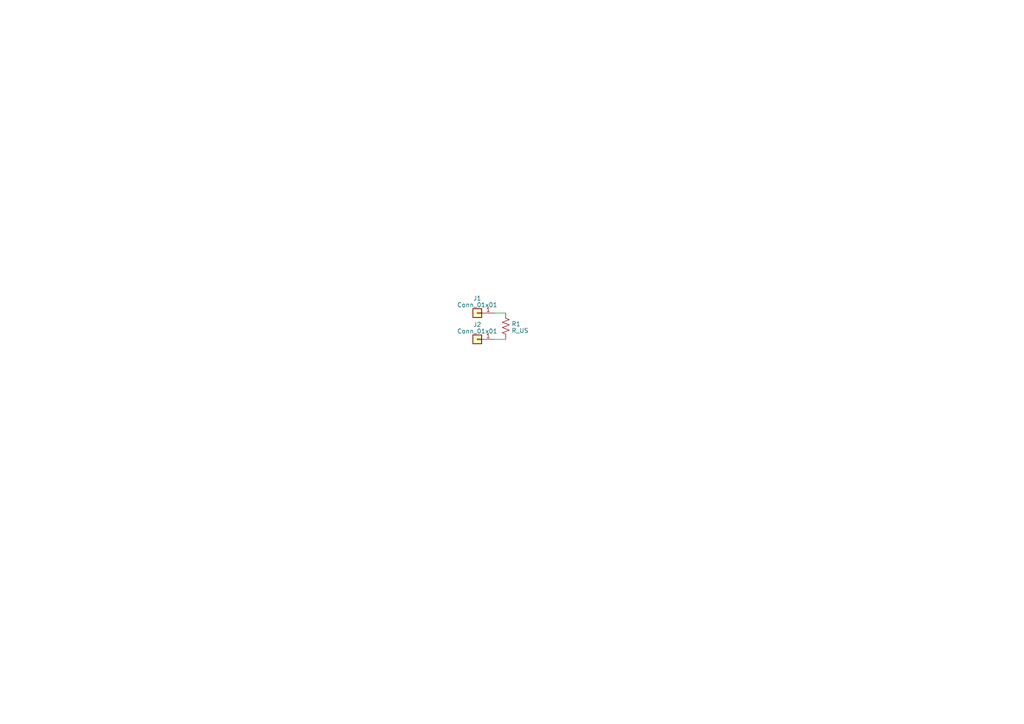
<source format=kicad_sch>
(kicad_sch (version 20230121) (generator eeschema)
  (paper "A4")
  (lib_symbols
    (symbol "Connector_Generic:Conn_01x01" (pin_names (offset 1.016) hide)
      (property "Reference" "J" (at 0 2.54 0))
      (property "Value" "Conn_01x01" (at 0 -2.54 0))
      (symbol "Conn_01x01_1_1"
        (rectangle (start -1.27 0.127) (end 0 -0.127) (stroke (width 0.1524)))
        (rectangle (start -1.27 1.27) (end 1.27 -1.27) (stroke (width 0.254)) (fill (type background)))
        (pin passive line (at -5.08 0 0) (length 3.81) (name "Pin_1") (number "1"))
      )
    )
    (symbol "Device:R_US" (pin_numbers hide) (pin_names (offset 0))
      (property "Reference" "R" (at 2.54 0 90))
      (property "Value" "R_US" (at -2.54 0 90))
      (symbol "R_US_0_1"
        (polyline (pts (xy 0 -2.286) (xy 0 -2.54)))
        (polyline (pts (xy 0 2.286) (xy 0 2.54)))
        (polyline (pts (xy 0 -0.762) (xy 1.016 -1.143) (xy 0 -1.524) (xy -1.016 -1.905) (xy 0 -2.286)))
        (polyline (pts (xy 0 0.762) (xy 1.016 0.381) (xy 0 0) (xy -1.016 -0.381) (xy 0 -0.762)))
        (polyline (pts (xy 0 2.286) (xy 1.016 1.905) (xy 0 1.524) (xy -1.016 1.143) (xy 0 0.762)))
      )
      (symbol "R_US_1_1"
        (pin passive line (at 0 3.81 270) (length 1.27) (name "~") (number "1"))
        (pin passive line (at 0 -3.81 90) (length 1.27) (name "~") (number "2"))
      )
    )
  )
  (wire (pts (xy 143.51 98.425) (xy 146.685 98.425)))
  (wire (pts (xy 143.51 90.805) (xy 146.685 90.805)))
  (symbol (lib_id "Connector_Generic:Conn_01x01") (at 138.43 90.805 180) (unit 1)
    (property "Reference" "J1" (at 138.43 86.5251 0))
    (property "Value" "Conn_01x01" (at 138.43 88.4461 0))
    (property "Footprint" "Connector_Wire:SolderWire-0.5sqmm_1x01_D0.9mm_OD2.1mm" (effects hide))
  )
  (symbol (lib_id "Device:R_US") (at 146.685 94.615 0) (unit 1)
    (property "Reference" "R1" (at 148.336 93.9713 0) (effects (justify left)))
    (property "Value" "R_US" (at 148.336 95.8923 0) (effects (justify left)))
    (property "Footprint" "Resistor_SMD:R_0805_2012Metric" (effects hide))
  )
  (symbol (lib_id "Connector_Generic:Conn_01x01") (at 138.43 98.425 180) (unit 1)
    (property "Reference" "J2" (at 138.43 94.1451 0))
    (property "Value" "Conn_01x01" (at 138.43 96.0661 0))
    (property "Footprint" "Connector_Wire:SolderWire-0.5sqmm_1x01_D0.9mm_OD2.1mm" (effects hide))
  )
)
</source>
